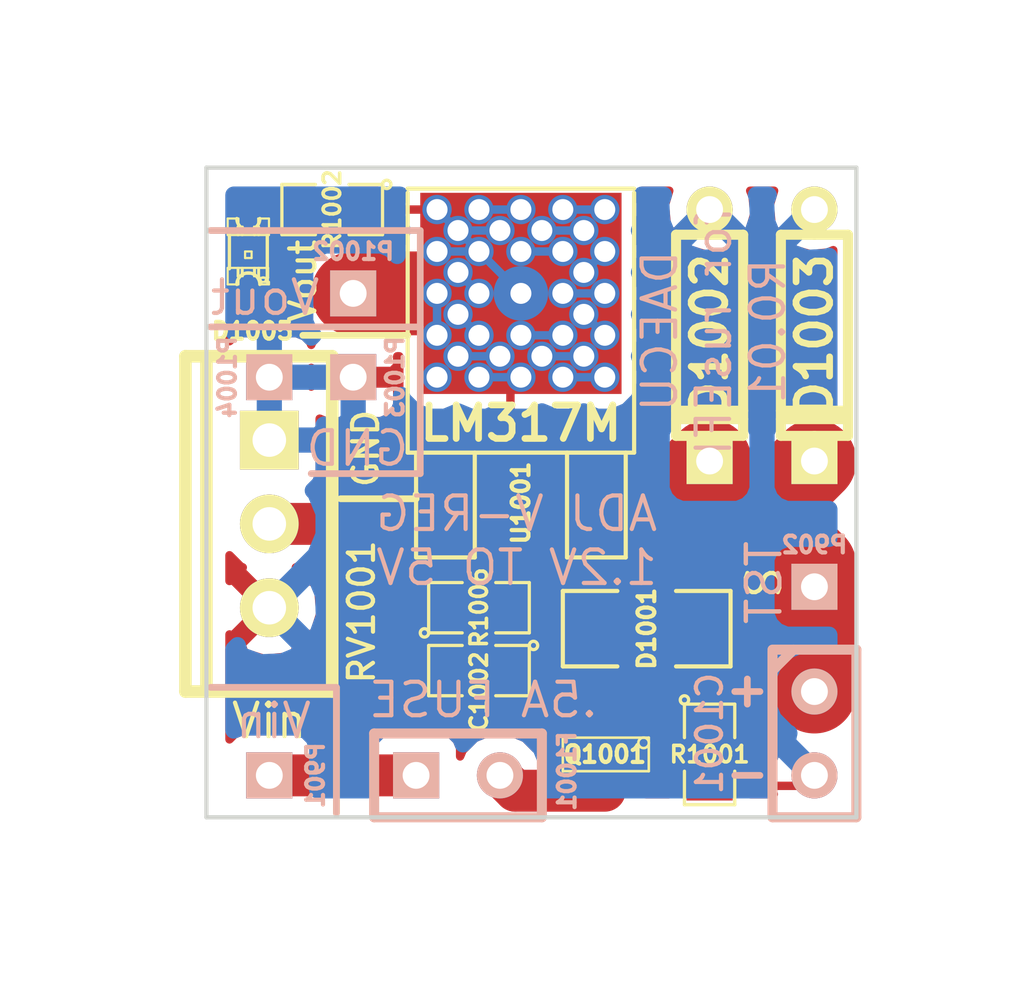
<source format=kicad_pcb>
(kicad_pcb (version 3) (host pcbnew "(2013-07-07 BZR 4022)-stable")

  (general
    (links 26)
    (no_connects 0)
    (area 81.149976 63.5 111.760001 93.980001)
    (thickness 1.6)
    (drawings 32)
    (tracks 105)
    (zones 0)
    (modules 18)
    (nets 9)
  )

  (page A)
  (title_block 
    (title "Adjustable Linear Regulator")
    (rev R0.01)
    (company rusEFI)
  )

  (layers
    (15 F.Cu signal)
    (0 B.Cu signal)
    (16 B.Adhes user)
    (17 F.Adhes user)
    (18 B.Paste user)
    (19 F.Paste user)
    (20 B.SilkS user)
    (21 F.SilkS user)
    (22 B.Mask user)
    (23 F.Mask user)
    (24 Dwgs.User user)
    (25 Cmts.User user)
    (26 Eco1.User user)
    (27 Eco2.User user)
    (28 Edge.Cuts user)
  )

  (setup
    (last_trace_width 0.254)
    (trace_clearance 0.254)
    (zone_clearance 0.508)
    (zone_45_only no)
    (trace_min 0.254)
    (segment_width 0.2032)
    (edge_width 0.127)
    (via_size 0.889)
    (via_drill 0.635)
    (via_min_size 0.889)
    (via_min_drill 0.508)
    (uvia_size 0.508)
    (uvia_drill 0.127)
    (uvias_allowed no)
    (uvia_min_size 0.508)
    (uvia_min_drill 0.127)
    (pcb_text_width 0.127)
    (pcb_text_size 1.016 1.016)
    (mod_edge_width 0.254)
    (mod_text_size 0.508 0.508)
    (mod_text_width 0.127)
    (pad_size 1.524 1.524)
    (pad_drill 1.016)
    (pad_to_mask_clearance 0.2)
    (aux_axis_origin 0 0)
    (visible_elements 7FFFFFBF)
    (pcbplotparams
      (layerselection 334528513)
      (usegerberextensions true)
      (excludeedgelayer true)
      (linewidth 0.150000)
      (plotframeref false)
      (viasonmask false)
      (mode 1)
      (useauxorigin false)
      (hpglpennumber 1)
      (hpglpenspeed 20)
      (hpglpendiameter 15)
      (hpglpenoverlay 2)
      (psnegative false)
      (psa4output false)
      (plotreference true)
      (plotvalue true)
      (plotothertext true)
      (plotinvisibletext false)
      (padsonsilk false)
      (subtractmaskfromsilk false)
      (outputformat 1)
      (mirror false)
      (drillshape 0)
      (scaleselection 1)
      (outputdirectory 5v_gerbers))
  )

  (net 0 "")
  (net 1 /5V-REG)
  (net 2 /VBAT)
  (net 3 /Vf)
  (net 4 /Vin)
  (net 5 GND)
  (net 6 N-000003)
  (net 7 N-000005)
  (net 8 N-000007)

  (net_class Default "This is the default net class."
    (clearance 0.254)
    (trace_width 0.254)
    (via_dia 0.889)
    (via_drill 0.635)
    (uvia_dia 0.508)
    (uvia_drill 0.127)
    (add_net "")
    (add_net /5V-REG)
    (add_net /VBAT)
    (add_net /Vf)
    (add_net /Vin)
    (add_net GND)
    (add_net N-000003)
    (add_net N-000005)
    (add_net N-000007)
  )

  (net_class .05 ""
    (clearance 0.254)
    (trace_width 1.27)
    (via_dia 0.889)
    (via_drill 0.635)
    (uvia_dia 0.508)
    (uvia_drill 0.127)
  )

  (net_class .1 ""
    (clearance 0.254)
    (trace_width 2.54)
    (via_dia 1.651)
    (via_drill 1.397)
    (uvia_dia 0.508)
    (uvia_drill 0.127)
  )

  (module SIL-1   placed (layer B.Cu) (tedit 5576B131) (tstamp 55754F24)
    (at 105.41 81.28)
    (descr "Connecteurs 1 pin")
    (tags "CONN DEV")
    (path /53DF5B1A)
    (fp_text reference P902 (at 0 -1.27) (layer B.SilkS)
      (effects (font (size 0.508 0.508) (thickness 0.127)) (justify mirror))
    )
    (fp_text value CONN_1 (at 0 2.54) (layer B.SilkS) hide
      (effects (font (size 1.524 1.016) (thickness 0.254)) (justify mirror))
    )
    (pad 1 thru_hole rect (at 0 0) (size 1.397 1.397) (drill 0.8128)
      (layers *.Cu *.Mask B.SilkS)
      (net 2 /VBAT)
    )
  )

  (module SIL-1   placed (layer B.Cu) (tedit 5576B17C) (tstamp 55754F1B)
    (at 88.9 86.995)
    (descr "Connecteurs 1 pin")
    (tags "CONN DEV")
    (path /53DF5B0B)
    (fp_text reference P901 (at 1.397 0 90) (layer B.SilkS)
      (effects (font (size 0.508 0.508) (thickness 0.127)) (justify mirror))
    )
    (fp_text value CONN_1 (at 0 2.54) (layer B.SilkS) hide
      (effects (font (size 1.524 1.016) (thickness 0.254)) (justify mirror))
    )
    (pad 1 thru_hole rect (at 0 0) (size 1.397 1.397) (drill 0.8128)
      (layers *.Cu *.Mask B.SilkS)
      (net 4 /Vin)
    )
  )

  (module SIL-1 (layer B.Cu) (tedit 5576B142) (tstamp 5576AFED)
    (at 91.44 74.93)
    (descr "Connecteurs 1 pin")
    (tags "CONN DEV")
    (path /5576AFB8)
    (fp_text reference P1003 (at 1.27 0 90) (layer B.SilkS)
      (effects (font (size 0.508 0.508) (thickness 0.127)) (justify mirror))
    )
    (fp_text value CONN_1 (at 0 2.54) (layer B.SilkS) hide
      (effects (font (size 1.524 1.016) (thickness 0.254)) (justify mirror))
    )
    (pad 1 thru_hole rect (at 0 0) (size 1.397 1.397) (drill 0.8128)
      (layers *.Cu *.Mask B.SilkS)
      (net 5 GND)
    )
  )

  (module SIL-1   placed (layer B.Cu) (tedit 5576B139) (tstamp 55754F12)
    (at 91.44 72.39)
    (descr "Connecteurs 1 pin")
    (tags "CONN DEV")
    (path /519D13C2)
    (fp_text reference P1002 (at 0 -1.27) (layer B.SilkS)
      (effects (font (size 0.508 0.508) (thickness 0.127)) (justify mirror))
    )
    (fp_text value CONN_1 (at 0 2.54) (layer B.SilkS) hide
      (effects (font (size 1.524 1.016) (thickness 0.254)) (justify mirror))
    )
    (pad 1 thru_hole rect (at 0 0) (size 1.397 1.397) (drill 0.8128)
      (layers *.Cu *.Mask B.SilkS)
      (net 1 /5V-REG)
    )
  )

  (module SIL-1 (layer B.Cu) (tedit 5576B0EA) (tstamp 5576B06E)
    (at 88.9 74.93)
    (descr "Connecteurs 1 pin")
    (tags "CONN DEV")
    (path /5576B0BE)
    (fp_text reference P1004 (at -1.27 0 90) (layer B.SilkS)
      (effects (font (size 0.508 0.508) (thickness 0.127)) (justify mirror))
    )
    (fp_text value CONN_1 (at 0 2.54) (layer B.SilkS) hide
      (effects (font (size 1.524 1.016) (thickness 0.254)) (justify mirror))
    )
    (pad 1 thru_hole rect (at 0 0) (size 1.397 1.397) (drill 0.8128)
      (layers *.Cu *.Mask B.SilkS)
      (net 5 GND)
    )
  )

  (module SOT23   placed (layer F.Cu) (tedit 5574EF09) (tstamp 55754EBF)
    (at 99.06 86.36 180)
    (tags SOT23)
    (path /52C6272D)
    (fp_text reference Q1001 (at 0 0 180) (layer F.SilkS)
      (effects (font (size 0.508 0.508) (thickness 0.127)))
    )
    (fp_text value MOS_PRO (at 0.0635 0 180) (layer F.SilkS) hide
      (effects (font (size 0.50038 0.50038) (thickness 0.09906)))
    )
    (fp_circle (center -1.17602 0.35052) (end -1.30048 0.44958) (layer F.SilkS) (width 0.07874))
    (fp_line (start 1.27 -0.508) (end 1.27 0.508) (layer F.SilkS) (width 0.07874))
    (fp_line (start -1.3335 -0.508) (end -1.3335 0.508) (layer F.SilkS) (width 0.07874))
    (fp_line (start 1.27 0.508) (end -1.3335 0.508) (layer F.SilkS) (width 0.07874))
    (fp_line (start -1.3335 -0.508) (end 1.27 -0.508) (layer F.SilkS) (width 0.07874))
    (pad 3 smd rect (at 0 -1.09982 180) (size 0.8001 1.00076)
      (layers F.Cu F.Paste F.Mask)
      (net 3 /Vf)
    )
    (pad 2 smd rect (at 0.9525 1.09982 180) (size 0.8001 1.00076)
      (layers F.Cu F.Paste F.Mask)
      (net 2 /VBAT)
    )
    (pad 1 smd rect (at -0.9525 1.09982 180) (size 0.8001 1.00076)
      (layers F.Cu F.Paste F.Mask)
      (net 8 N-000007)
    )
    (model smd\SOT23_3.wrl
      (at (xyz 0 0 0))
      (scale (xyz 0.4 0.4 0.4))
      (rotate (xyz 0 0 180))
    )
  )

  (module SM1206   placed (layer F.Cu) (tedit 5574EEF3) (tstamp 55754ECB)
    (at 100.33 82.55 180)
    (path /533A08FB)
    (attr smd)
    (fp_text reference D1001 (at 0 0 270) (layer F.SilkS)
      (effects (font (size 0.508 0.508) (thickness 0.127)))
    )
    (fp_text value ZENERSMALL (at 0 0 180) (layer F.SilkS) hide
      (effects (font (size 0.762 0.762) (thickness 0.127)))
    )
    (fp_line (start -2.54 -1.143) (end -2.54 1.143) (layer F.SilkS) (width 0.127))
    (fp_line (start -2.54 1.143) (end -0.889 1.143) (layer F.SilkS) (width 0.127))
    (fp_line (start 0.889 -1.143) (end 2.54 -1.143) (layer F.SilkS) (width 0.127))
    (fp_line (start 2.54 -1.143) (end 2.54 1.143) (layer F.SilkS) (width 0.127))
    (fp_line (start 2.54 1.143) (end 0.889 1.143) (layer F.SilkS) (width 0.127))
    (fp_line (start -0.889 -1.143) (end -2.54 -1.143) (layer F.SilkS) (width 0.127))
    (pad 1 smd rect (at -1.651 0 180) (size 1.524 2.032)
      (layers F.Cu F.Paste F.Mask)
      (net 8 N-000007)
    )
    (pad 2 smd rect (at 1.651 0 180) (size 1.524 2.032)
      (layers F.Cu F.Paste F.Mask)
      (net 2 /VBAT)
    )
    (model smd/chip_cms.wrl
      (at (xyz 0 0 0))
      (scale (xyz 0.17 0.16 0.16))
      (rotate (xyz 0 0 0))
    )
  )

  (module SM0805   placed (layer F.Cu) (tedit 5574EF35) (tstamp 55754ED8)
    (at 90.805 69.85 180)
    (path /512925E9)
    (attr smd)
    (fp_text reference R1002 (at 0 0 270) (layer F.SilkS)
      (effects (font (size 0.50038 0.50038) (thickness 0.10922)))
    )
    (fp_text value 1k (at 0 0.381 180) (layer F.SilkS) hide
      (effects (font (size 0.50038 0.50038) (thickness 0.10922)))
    )
    (fp_circle (center -1.651 0.762) (end -1.651 0.635) (layer F.SilkS) (width 0.09906))
    (fp_line (start -0.508 0.762) (end -1.524 0.762) (layer F.SilkS) (width 0.09906))
    (fp_line (start -1.524 0.762) (end -1.524 -0.762) (layer F.SilkS) (width 0.09906))
    (fp_line (start -1.524 -0.762) (end -0.508 -0.762) (layer F.SilkS) (width 0.09906))
    (fp_line (start 0.508 -0.762) (end 1.524 -0.762) (layer F.SilkS) (width 0.09906))
    (fp_line (start 1.524 -0.762) (end 1.524 0.762) (layer F.SilkS) (width 0.09906))
    (fp_line (start 1.524 0.762) (end 0.508 0.762) (layer F.SilkS) (width 0.09906))
    (pad 1 smd rect (at -0.9525 0 180) (size 0.889 1.397)
      (layers F.Cu F.Paste F.Mask)
      (net 1 /5V-REG)
    )
    (pad 2 smd rect (at 0.9525 0 180) (size 0.889 1.397)
      (layers F.Cu F.Paste F.Mask)
      (net 7 N-000005)
    )
    (model smd/chip_cms.wrl
      (at (xyz 0 0 0))
      (scale (xyz 0.1 0.1 0.1))
      (rotate (xyz 0 0 0))
    )
  )

  (module SM0805   placed (layer F.Cu) (tedit 5574EF0E) (tstamp 55754EE5)
    (at 102.235 86.36 270)
    (path /533A08F3)
    (attr smd)
    (fp_text reference R1001 (at 0 0 360) (layer F.SilkS)
      (effects (font (size 0.50038 0.50038) (thickness 0.10922)))
    )
    (fp_text value 1k (at 0 0.381 270) (layer F.SilkS) hide
      (effects (font (size 0.50038 0.50038) (thickness 0.10922)))
    )
    (fp_circle (center -1.651 0.762) (end -1.651 0.635) (layer F.SilkS) (width 0.09906))
    (fp_line (start -0.508 0.762) (end -1.524 0.762) (layer F.SilkS) (width 0.09906))
    (fp_line (start -1.524 0.762) (end -1.524 -0.762) (layer F.SilkS) (width 0.09906))
    (fp_line (start -1.524 -0.762) (end -0.508 -0.762) (layer F.SilkS) (width 0.09906))
    (fp_line (start 0.508 -0.762) (end 1.524 -0.762) (layer F.SilkS) (width 0.09906))
    (fp_line (start 1.524 -0.762) (end 1.524 0.762) (layer F.SilkS) (width 0.09906))
    (fp_line (start 1.524 0.762) (end 0.508 0.762) (layer F.SilkS) (width 0.09906))
    (pad 1 smd rect (at -0.9525 0 270) (size 0.889 1.397)
      (layers F.Cu F.Paste F.Mask)
      (net 8 N-000007)
    )
    (pad 2 smd rect (at 0.9525 0 270) (size 0.889 1.397)
      (layers F.Cu F.Paste F.Mask)
      (net 5 GND)
    )
    (model smd/chip_cms.wrl
      (at (xyz 0 0 0))
      (scale (xyz 0.1 0.1 0.1))
      (rotate (xyz 0 0 0))
    )
  )

  (module SM0805   placed (layer F.Cu) (tedit 5574EF14) (tstamp 55754EF2)
    (at 95.25 83.82 180)
    (path /5378A039)
    (attr smd)
    (fp_text reference C1002 (at 0 -0.635 270) (layer F.SilkS)
      (effects (font (size 0.50038 0.50038) (thickness 0.10922)))
    )
    (fp_text value "1uF 16V" (at 0 0.381 180) (layer F.SilkS) hide
      (effects (font (size 0.50038 0.50038) (thickness 0.10922)))
    )
    (fp_circle (center -1.651 0.762) (end -1.651 0.635) (layer F.SilkS) (width 0.09906))
    (fp_line (start -0.508 0.762) (end -1.524 0.762) (layer F.SilkS) (width 0.09906))
    (fp_line (start -1.524 0.762) (end -1.524 -0.762) (layer F.SilkS) (width 0.09906))
    (fp_line (start -1.524 -0.762) (end -0.508 -0.762) (layer F.SilkS) (width 0.09906))
    (fp_line (start 0.508 -0.762) (end 1.524 -0.762) (layer F.SilkS) (width 0.09906))
    (fp_line (start 1.524 -0.762) (end 1.524 0.762) (layer F.SilkS) (width 0.09906))
    (fp_line (start 1.524 0.762) (end 0.508 0.762) (layer F.SilkS) (width 0.09906))
    (pad 1 smd rect (at -0.9525 0 180) (size 0.889 1.397)
      (layers F.Cu F.Paste F.Mask)
      (net 1 /5V-REG)
    )
    (pad 2 smd rect (at 0.9525 0 180) (size 0.889 1.397)
      (layers F.Cu F.Paste F.Mask)
      (net 5 GND)
    )
    (model smd/chip_cms.wrl
      (at (xyz 0 0 0))
      (scale (xyz 0.1 0.1 0.1))
      (rotate (xyz 0 0 0))
    )
  )

  (module SM0805   placed (layer F.Cu) (tedit 5574EF17) (tstamp 55754EFF)
    (at 95.25 81.915)
    (path /5574490D)
    (attr smd)
    (fp_text reference R1006 (at 0 0 90) (layer F.SilkS)
      (effects (font (size 0.50038 0.50038) (thickness 0.10922)))
    )
    (fp_text value 240R (at 0 0.381) (layer F.SilkS) hide
      (effects (font (size 0.50038 0.50038) (thickness 0.10922)))
    )
    (fp_circle (center -1.651 0.762) (end -1.651 0.635) (layer F.SilkS) (width 0.09906))
    (fp_line (start -0.508 0.762) (end -1.524 0.762) (layer F.SilkS) (width 0.09906))
    (fp_line (start -1.524 0.762) (end -1.524 -0.762) (layer F.SilkS) (width 0.09906))
    (fp_line (start -1.524 -0.762) (end -0.508 -0.762) (layer F.SilkS) (width 0.09906))
    (fp_line (start 0.508 -0.762) (end 1.524 -0.762) (layer F.SilkS) (width 0.09906))
    (fp_line (start 1.524 -0.762) (end 1.524 0.762) (layer F.SilkS) (width 0.09906))
    (fp_line (start 1.524 0.762) (end 0.508 0.762) (layer F.SilkS) (width 0.09906))
    (pad 1 smd rect (at -0.9525 0) (size 0.889 1.397)
      (layers F.Cu F.Paste F.Mask)
      (net 6 N-000003)
    )
    (pad 2 smd rect (at 0.9525 0) (size 0.889 1.397)
      (layers F.Cu F.Paste F.Mask)
      (net 1 /5V-REG)
    )
    (model smd/chip_cms.wrl
      (at (xyz 0 0 0))
      (scale (xyz 0.1 0.1 0.1))
      (rotate (xyz 0 0 0))
    )
  )

  (module SIL-2   placed (layer B.Cu) (tedit 5576B532) (tstamp 55754F09)
    (at 94.615 86.995)
    (descr "Connecteurs 2 pins")
    (tags "CONN DEV")
    (path /533A8E21)
    (fp_text reference F1001 (at 3.302 -0.127 90) (layer B.SilkS)
      (effects (font (size 0.508 0.508) (thickness 0.127)) (justify mirror))
    )
    (fp_text value 3.5A (at 0 2.54) (layer B.SilkS) hide
      (effects (font (size 1.524 1.016) (thickness 0.3048)) (justify mirror))
    )
    (fp_line (start -2.54 -1.27) (end -2.54 1.27) (layer B.SilkS) (width 0.3048))
    (fp_line (start -2.54 1.27) (end 2.54 1.27) (layer B.SilkS) (width 0.3048))
    (fp_line (start 2.54 1.27) (end 2.54 -1.27) (layer B.SilkS) (width 0.3048))
    (fp_line (start 2.54 -1.27) (end -2.54 -1.27) (layer B.SilkS) (width 0.3048))
    (pad 1 thru_hole rect (at -1.27 0) (size 1.397 1.397) (drill 0.8128)
      (layers *.Cu *.Mask B.SilkS)
      (net 4 /Vin)
    )
    (pad 2 thru_hole circle (at 1.27 0) (size 1.397 1.397) (drill 0.8128)
      (layers *.Cu *.Mask B.SilkS)
      (net 3 /Vf)
    )
  )

  (module LED-0805   placed (layer F.Cu) (tedit 5576B28F) (tstamp 55754F5F)
    (at 88.265 71.12 270)
    (descr "LED 0805 smd package")
    (tags "LED 0805 SMD")
    (path /5129222C)
    (attr smd)
    (fp_text reference D1005 (at 2.413 -0.127 360) (layer F.SilkS)
      (effects (font (size 0.508 0.508) (thickness 0.127)))
    )
    (fp_text value LED-grn (at 0 1.27 270) (layer F.SilkS) hide
      (effects (font (size 0.762 0.762) (thickness 0.127)))
    )
    (fp_line (start 0.49784 0.29972) (end 0.49784 0.62484) (layer F.SilkS) (width 0.06604))
    (fp_line (start 0.49784 0.62484) (end 0.99822 0.62484) (layer F.SilkS) (width 0.06604))
    (fp_line (start 0.99822 0.29972) (end 0.99822 0.62484) (layer F.SilkS) (width 0.06604))
    (fp_line (start 0.49784 0.29972) (end 0.99822 0.29972) (layer F.SilkS) (width 0.06604))
    (fp_line (start 0.49784 -0.32258) (end 0.49784 -0.17272) (layer F.SilkS) (width 0.06604))
    (fp_line (start 0.49784 -0.17272) (end 0.7493 -0.17272) (layer F.SilkS) (width 0.06604))
    (fp_line (start 0.7493 -0.32258) (end 0.7493 -0.17272) (layer F.SilkS) (width 0.06604))
    (fp_line (start 0.49784 -0.32258) (end 0.7493 -0.32258) (layer F.SilkS) (width 0.06604))
    (fp_line (start 0.49784 0.17272) (end 0.49784 0.32258) (layer F.SilkS) (width 0.06604))
    (fp_line (start 0.49784 0.32258) (end 0.7493 0.32258) (layer F.SilkS) (width 0.06604))
    (fp_line (start 0.7493 0.17272) (end 0.7493 0.32258) (layer F.SilkS) (width 0.06604))
    (fp_line (start 0.49784 0.17272) (end 0.7493 0.17272) (layer F.SilkS) (width 0.06604))
    (fp_line (start 0.49784 -0.19812) (end 0.49784 0.19812) (layer F.SilkS) (width 0.06604))
    (fp_line (start 0.49784 0.19812) (end 0.6731 0.19812) (layer F.SilkS) (width 0.06604))
    (fp_line (start 0.6731 -0.19812) (end 0.6731 0.19812) (layer F.SilkS) (width 0.06604))
    (fp_line (start 0.49784 -0.19812) (end 0.6731 -0.19812) (layer F.SilkS) (width 0.06604))
    (fp_line (start -0.99822 0.29972) (end -0.99822 0.62484) (layer F.SilkS) (width 0.06604))
    (fp_line (start -0.99822 0.62484) (end -0.49784 0.62484) (layer F.SilkS) (width 0.06604))
    (fp_line (start -0.49784 0.29972) (end -0.49784 0.62484) (layer F.SilkS) (width 0.06604))
    (fp_line (start -0.99822 0.29972) (end -0.49784 0.29972) (layer F.SilkS) (width 0.06604))
    (fp_line (start -0.99822 -0.62484) (end -0.99822 -0.29972) (layer F.SilkS) (width 0.06604))
    (fp_line (start -0.99822 -0.29972) (end -0.49784 -0.29972) (layer F.SilkS) (width 0.06604))
    (fp_line (start -0.49784 -0.62484) (end -0.49784 -0.29972) (layer F.SilkS) (width 0.06604))
    (fp_line (start -0.99822 -0.62484) (end -0.49784 -0.62484) (layer F.SilkS) (width 0.06604))
    (fp_line (start -0.7493 0.17272) (end -0.7493 0.32258) (layer F.SilkS) (width 0.06604))
    (fp_line (start -0.7493 0.32258) (end -0.49784 0.32258) (layer F.SilkS) (width 0.06604))
    (fp_line (start -0.49784 0.17272) (end -0.49784 0.32258) (layer F.SilkS) (width 0.06604))
    (fp_line (start -0.7493 0.17272) (end -0.49784 0.17272) (layer F.SilkS) (width 0.06604))
    (fp_line (start -0.7493 -0.32258) (end -0.7493 -0.17272) (layer F.SilkS) (width 0.06604))
    (fp_line (start -0.7493 -0.17272) (end -0.49784 -0.17272) (layer F.SilkS) (width 0.06604))
    (fp_line (start -0.49784 -0.32258) (end -0.49784 -0.17272) (layer F.SilkS) (width 0.06604))
    (fp_line (start -0.7493 -0.32258) (end -0.49784 -0.32258) (layer F.SilkS) (width 0.06604))
    (fp_line (start -0.6731 -0.19812) (end -0.6731 0.19812) (layer F.SilkS) (width 0.06604))
    (fp_line (start -0.6731 0.19812) (end -0.49784 0.19812) (layer F.SilkS) (width 0.06604))
    (fp_line (start -0.49784 -0.19812) (end -0.49784 0.19812) (layer F.SilkS) (width 0.06604))
    (fp_line (start -0.6731 -0.19812) (end -0.49784 -0.19812) (layer F.SilkS) (width 0.06604))
    (fp_line (start 0 -0.09906) (end 0 0.09906) (layer F.SilkS) (width 0.06604))
    (fp_line (start 0 0.09906) (end 0.19812 0.09906) (layer F.SilkS) (width 0.06604))
    (fp_line (start 0.19812 -0.09906) (end 0.19812 0.09906) (layer F.SilkS) (width 0.06604))
    (fp_line (start 0 -0.09906) (end 0.19812 -0.09906) (layer F.SilkS) (width 0.06604))
    (fp_line (start 0.49784 -0.59944) (end 0.49784 -0.29972) (layer F.SilkS) (width 0.06604))
    (fp_line (start 0.49784 -0.29972) (end 0.79756 -0.29972) (layer F.SilkS) (width 0.06604))
    (fp_line (start 0.79756 -0.59944) (end 0.79756 -0.29972) (layer F.SilkS) (width 0.06604))
    (fp_line (start 0.49784 -0.59944) (end 0.79756 -0.59944) (layer F.SilkS) (width 0.06604))
    (fp_line (start 0.92456 -0.62484) (end 0.92456 -0.39878) (layer F.SilkS) (width 0.06604))
    (fp_line (start 0.92456 -0.39878) (end 0.99822 -0.39878) (layer F.SilkS) (width 0.06604))
    (fp_line (start 0.99822 -0.62484) (end 0.99822 -0.39878) (layer F.SilkS) (width 0.06604))
    (fp_line (start 0.92456 -0.62484) (end 0.99822 -0.62484) (layer F.SilkS) (width 0.06604))
    (fp_line (start 0.52324 0.57404) (end -0.52324 0.57404) (layer F.SilkS) (width 0.1016))
    (fp_line (start -0.49784 -0.57404) (end 0.92456 -0.57404) (layer F.SilkS) (width 0.1016))
    (fp_circle (center 0.84836 -0.44958) (end 0.89916 -0.50038) (layer F.SilkS) (width 0.0508))
    (fp_arc (start 0.99822 0) (end 0.99822 0.34798) (angle 180) (layer F.SilkS) (width 0.1016))
    (fp_arc (start -0.99822 0) (end -0.99822 -0.34798) (angle 180) (layer F.SilkS) (width 0.1016))
    (pad 1 smd rect (at -1.04902 0 270) (size 1.19888 1.19888)
      (layers F.Cu F.Paste F.Mask)
      (net 7 N-000005)
    )
    (pad 2 smd rect (at 1.04902 0 270) (size 1.19888 1.19888)
      (layers F.Cu F.Paste F.Mask)
      (net 5 GND)
    )
  )

  (module DPAK2   placed (layer F.Cu) (tedit 5574EF45) (tstamp 55754F71)
    (at 96.52 78.74)
    (descr "MOS boitier DPACK G-D-S")
    (tags "CMD DPACK")
    (path /556C2EC2)
    (attr smd)
    (fp_text reference U1001 (at 0 0 90) (layer F.SilkS)
      (effects (font (size 0.508 0.508) (thickness 0.127)))
    )
    (fp_text value LM317M (at 0 -2.413) (layer F.SilkS)
      (effects (font (size 1.016 1.016) (thickness 0.2032)))
    )
    (fp_line (start 1.397 -1.524) (end 1.397 1.651) (layer F.SilkS) (width 0.127))
    (fp_line (start 1.397 1.651) (end 3.175 1.651) (layer F.SilkS) (width 0.127))
    (fp_line (start 3.175 1.651) (end 3.175 -1.524) (layer F.SilkS) (width 0.127))
    (fp_line (start -3.175 -1.524) (end -3.175 1.651) (layer F.SilkS) (width 0.127))
    (fp_line (start -3.175 1.651) (end -1.397 1.651) (layer F.SilkS) (width 0.127))
    (fp_line (start -1.397 1.651) (end -1.397 -1.524) (layer F.SilkS) (width 0.127))
    (fp_line (start 3.429 -7.62) (end 3.429 -1.524) (layer F.SilkS) (width 0.127))
    (fp_line (start 3.429 -1.524) (end -3.429 -1.524) (layer F.SilkS) (width 0.127))
    (fp_line (start -3.429 -1.524) (end -3.429 -9.398) (layer F.SilkS) (width 0.127))
    (fp_line (start -3.429 -9.525) (end 3.429 -9.525) (layer F.SilkS) (width 0.127))
    (fp_line (start 3.429 -9.398) (end 3.429 -7.62) (layer F.SilkS) (width 0.127))
    (pad 1 smd rect (at -2.286 0) (size 1.651 3.048)
      (layers F.Cu F.Paste F.Mask)
      (net 6 N-000003)
    )
    (pad 2 smd rect (at 0 -6.35) (size 6.096 6.096)
      (layers F.Cu F.Paste F.Mask)
      (net 1 /5V-REG)
    )
    (pad 3 smd rect (at 2.286 0) (size 1.651 3.048)
      (layers F.Cu F.Paste F.Mask)
      (net 2 /VBAT)
    )
    (model smd/dpack_2.wrl
      (at (xyz 0 0 0))
      (scale (xyz 1 1 1))
      (rotate (xyz 0 0 0))
    )
  )

  (module D3   placed (layer F.Cu) (tedit 200000) (tstamp 55754F81)
    (at 102.235 73.66 270)
    (descr "Diode 3 pas")
    (tags "DIODE DEV")
    (path /52C61746)
    (fp_text reference D1002 (at 0 0 270) (layer F.SilkS)
      (effects (font (size 1.016 1.016) (thickness 0.2032)))
    )
    (fp_text value TVS (at 0 0 270) (layer F.SilkS) hide
      (effects (font (size 1.016 1.016) (thickness 0.2032)))
    )
    (fp_line (start 3.81 0) (end 3.048 0) (layer F.SilkS) (width 0.3048))
    (fp_line (start 3.048 0) (end 3.048 -1.016) (layer F.SilkS) (width 0.3048))
    (fp_line (start 3.048 -1.016) (end -3.048 -1.016) (layer F.SilkS) (width 0.3048))
    (fp_line (start -3.048 -1.016) (end -3.048 0) (layer F.SilkS) (width 0.3048))
    (fp_line (start -3.048 0) (end -3.81 0) (layer F.SilkS) (width 0.3048))
    (fp_line (start -3.048 0) (end -3.048 1.016) (layer F.SilkS) (width 0.3048))
    (fp_line (start -3.048 1.016) (end 3.048 1.016) (layer F.SilkS) (width 0.3048))
    (fp_line (start 3.048 1.016) (end 3.048 0) (layer F.SilkS) (width 0.3048))
    (fp_line (start 2.54 -1.016) (end 2.54 1.016) (layer F.SilkS) (width 0.3048))
    (fp_line (start 2.286 1.016) (end 2.286 -1.016) (layer F.SilkS) (width 0.3048))
    (pad 2 thru_hole rect (at 3.81 0 270) (size 1.397 1.397) (drill 0.8128)
      (layers *.Cu *.Mask F.SilkS)
      (net 2 /VBAT)
    )
    (pad 1 thru_hole circle (at -3.81 0 270) (size 1.397 1.397) (drill 0.8128)
      (layers *.Cu *.Mask F.SilkS)
      (net 5 GND)
    )
    (model discret/diode.wrl
      (at (xyz 0 0 0))
      (scale (xyz 0.3 0.3 0.3))
      (rotate (xyz 0 0 0))
    )
  )

  (module D3   placed (layer F.Cu) (tedit 200000) (tstamp 55754F91)
    (at 105.41 73.66 270)
    (descr "Diode 3 pas")
    (tags "DIODE DEV")
    (path /53D51276)
    (fp_text reference D1003 (at 0 0 270) (layer F.SilkS)
      (effects (font (size 1.016 1.016) (thickness 0.2032)))
    )
    (fp_text value TVS (at 0 0 270) (layer F.SilkS) hide
      (effects (font (size 1.016 1.016) (thickness 0.2032)))
    )
    (fp_line (start 3.81 0) (end 3.048 0) (layer F.SilkS) (width 0.3048))
    (fp_line (start 3.048 0) (end 3.048 -1.016) (layer F.SilkS) (width 0.3048))
    (fp_line (start 3.048 -1.016) (end -3.048 -1.016) (layer F.SilkS) (width 0.3048))
    (fp_line (start -3.048 -1.016) (end -3.048 0) (layer F.SilkS) (width 0.3048))
    (fp_line (start -3.048 0) (end -3.81 0) (layer F.SilkS) (width 0.3048))
    (fp_line (start -3.048 0) (end -3.048 1.016) (layer F.SilkS) (width 0.3048))
    (fp_line (start -3.048 1.016) (end 3.048 1.016) (layer F.SilkS) (width 0.3048))
    (fp_line (start 3.048 1.016) (end 3.048 0) (layer F.SilkS) (width 0.3048))
    (fp_line (start 2.54 -1.016) (end 2.54 1.016) (layer F.SilkS) (width 0.3048))
    (fp_line (start 2.286 1.016) (end 2.286 -1.016) (layer F.SilkS) (width 0.3048))
    (pad 2 thru_hole rect (at 3.81 0 270) (size 1.397 1.397) (drill 0.8128)
      (layers *.Cu *.Mask F.SilkS)
      (net 2 /VBAT)
    )
    (pad 1 thru_hole circle (at -3.81 0 270) (size 1.397 1.397) (drill 0.8128)
      (layers *.Cu *.Mask F.SilkS)
      (net 5 GND)
    )
    (model discret/diode.wrl
      (at (xyz 0 0 0))
      (scale (xyz 0.3 0.3 0.3))
      (rotate (xyz 0 0 0))
    )
  )

  (module C1   placed (layer B.Cu) (tedit 5576B588) (tstamp 55754F9C)
    (at 105.41 85.725 270)
    (descr "Condensateur e = 1 pas")
    (tags C)
    (path /51297942)
    (fp_text reference C1001 (at 0 3.175 270) (layer B.SilkS)
      (effects (font (size 0.762 0.762) (thickness 0.127)) (justify mirror))
    )
    (fp_text value "0.1uF 50V" (at 0 2.286 270) (layer B.SilkS) hide
      (effects (font (size 1.016 1.016) (thickness 0.2032)) (justify mirror))
    )
    (fp_line (start -2.4892 1.27) (end 2.54 1.27) (layer B.SilkS) (width 0.3048))
    (fp_line (start 2.54 1.27) (end 2.54 -1.27) (layer B.SilkS) (width 0.3048))
    (fp_line (start 2.54 -1.27) (end -2.54 -1.27) (layer B.SilkS) (width 0.3048))
    (fp_line (start -2.54 -1.27) (end -2.54 1.27) (layer B.SilkS) (width 0.3048))
    (fp_line (start -2.54 0.635) (end -1.905 1.27) (layer B.SilkS) (width 0.3048))
    (pad 1 thru_hole circle (at -1.27 0 270) (size 1.397 1.397) (drill 0.8128)
      (layers *.Cu *.Mask B.SilkS)
      (net 2 /VBAT)
    )
    (pad 2 thru_hole circle (at 1.27 0 270) (size 1.397 1.397) (drill 0.8128)
      (layers *.Cu *.Mask B.SilkS)
      (net 5 GND)
    )
    (model discret/capa_1_pas.wrl
      (at (xyz 0 0 0))
      (scale (xyz 1 1 1))
      (rotate (xyz 0 0 0))
    )
  )

  (module TO220_VERT (layer F.Cu) (tedit 5576B299) (tstamp 5575F18F)
    (at 88.9 79.375 180)
    (descr "Regulateur TO220 serie LM78xx")
    (tags "TR TO220")
    (path /557448FD)
    (fp_text reference RV1001 (at -2.794 -2.667 270) (layer F.SilkS)
      (effects (font (size 0.762 0.762) (thickness 0.127)))
    )
    (fp_text value 1k (at 0.635 -6.35 180) (layer F.SilkS) hide
      (effects (font (size 1.524 1.016) (thickness 0.2032)))
    )
    (fp_line (start 1.905 -5.08) (end 2.54 -5.08) (layer F.SilkS) (width 0.381))
    (fp_line (start 2.54 -5.08) (end 2.54 5.08) (layer F.SilkS) (width 0.381))
    (fp_line (start 2.54 5.08) (end 1.905 5.08) (layer F.SilkS) (width 0.381))
    (fp_line (start -1.905 -5.08) (end 1.905 -5.08) (layer F.SilkS) (width 0.381))
    (fp_line (start 1.905 -5.08) (end 1.905 5.08) (layer F.SilkS) (width 0.381))
    (fp_line (start 1.905 5.08) (end -1.905 5.08) (layer F.SilkS) (width 0.381))
    (fp_line (start -1.905 5.08) (end -1.905 -5.08) (layer F.SilkS) (width 0.381))
    (pad 2 thru_hole circle (at 0 -2.54 180) (size 1.778 1.778) (drill 1.016)
      (layers *.Cu *.Mask F.SilkS)
      (net 5 GND)
    )
    (pad 3 thru_hole circle (at 0 0 180) (size 1.778 1.778) (drill 1.016)
      (layers *.Cu *.Mask F.SilkS)
      (net 6 N-000003)
    )
    (pad 1 thru_hole rect (at 0 2.54 180) (size 1.778 1.778) (drill 1.016)
      (layers *.Cu *.Mask F.SilkS)
      (net 5 GND)
    )
  )

  (gr_text ".5A FUSE" (at 95.377 84.709) (layer B.SilkS)
    (effects (font (size 1.016 1.016) (thickness 0.127)) (justify mirror))
  )
  (gr_text "ADJ V-REG\n1.2V TO 5V" (at 96.393 79.883) (layer B.SilkS)
    (effects (font (size 1.016 1.016) (thickness 0.127)) (justify mirror))
  )
  (gr_text "DAECU\nfor rusEFI\nR0.01" (at 102.362 73.533 90) (layer B.SilkS)
    (effects (font (size 1.016 1.016) (thickness 0.127)) (justify mirror))
  )
  (dimension 19.685 (width 0.127) (layer Cmts.User)
    (gr_text "0.7750 in" (at 84.963 78.4225 90) (layer Cmts.User)
      (effects (font (size 1.016 1.016) (thickness 0.127)))
    )
    (feature1 (pts (xy 86.36 68.58) (xy 84.201 68.58)))
    (feature2 (pts (xy 86.36 88.265) (xy 84.201 88.265)))
    (crossbar (pts (xy 85.725 88.265) (xy 85.725 68.58)))
    (arrow1a (pts (xy 85.725 68.58) (xy 86.31142 69.706503)))
    (arrow1b (pts (xy 85.725 68.58) (xy 85.13858 69.706503)))
    (arrow2a (pts (xy 85.725 88.265) (xy 86.31142 87.138497)))
    (arrow2b (pts (xy 85.725 88.265) (xy 85.13858 87.138497)))
  )
  (gr_text TST (at 103.886 81.153 90) (layer B.SilkS)
    (effects (font (size 1.016 1.016) (thickness 0.127)) (justify mirror))
  )
  (gr_text TST (at 103.886 81.153 90) (layer F.SilkS)
    (effects (font (size 1.016 1.016) (thickness 0.127)))
  )
  (gr_line (start 93.345 78.613) (end 93.345 78.486) (angle 90) (layer F.SilkS) (width 0.2032))
  (gr_line (start 91.059 78.613) (end 93.345 78.613) (angle 90) (layer F.SilkS) (width 0.2032))
  (gr_line (start 93.091 73.66) (end 92.964 73.66) (angle 90) (layer F.SilkS) (width 0.2032))
  (gr_line (start 89.916 73.66) (end 93.091 73.66) (angle 90) (layer F.SilkS) (width 0.2032))
  (gr_text Vout (at 89.916 72.009 90) (layer F.SilkS)
    (effects (font (size 0.762 0.762) (thickness 0.127)))
  )
  (gr_text GND (at 91.821 77.089 90) (layer F.SilkS)
    (effects (font (size 0.762 0.762) (thickness 0.127)))
  )
  (gr_line (start 90.932 84.328) (end 90.932 88.138) (angle 90) (layer F.SilkS) (width 0.2032))
  (gr_text Vin (at 88.9 85.344) (layer F.SilkS)
    (effects (font (size 1.016 1.016) (thickness 0.127)))
  )
  (gr_line (start 93.472 70.485) (end 87.122 70.485) (angle 90) (layer B.SilkS) (width 0.2032))
  (gr_line (start 93.472 73.406) (end 93.472 70.485) (angle 90) (layer B.SilkS) (width 0.2032))
  (gr_line (start 93.472 77.851) (end 90.17 77.851) (angle 90) (layer B.SilkS) (width 0.2032))
  (gr_line (start 93.472 73.406) (end 93.472 77.851) (angle 90) (layer B.SilkS) (width 0.2032))
  (gr_line (start 87.122 73.406) (end 93.472 73.406) (angle 90) (layer B.SilkS) (width 0.2032))
  (gr_line (start 90.932 84.328) (end 87.122 84.328) (angle 90) (layer B.SilkS) (width 0.2032))
  (gr_line (start 90.932 88.138) (end 90.932 84.328) (angle 90) (layer B.SilkS) (width 0.2032))
  (gr_text Vin (at 89.027 85.344) (layer B.SilkS)
    (effects (font (size 1.016 1.016) (thickness 0.127)) (justify mirror))
  )
  (gr_text Vout (at 88.773 72.517) (layer B.SilkS)
    (effects (font (size 1.016 1.016) (thickness 0.127)) (justify mirror))
  )
  (gr_text GND (at 91.567 77.089) (layer B.SilkS)
    (effects (font (size 1.016 1.016) (thickness 0.127)) (justify mirror))
  )
  (gr_line (start 103.378 84.074) (end 103.378 84.836) (angle 90) (layer B.SilkS) (width 0.2032))
  (gr_line (start 103.759 84.455) (end 102.997 84.455) (angle 90) (layer B.SilkS) (width 0.2032))
  (gr_line (start 103.759 86.995) (end 102.997 86.995) (angle 90) (layer B.SilkS) (width 0.2032))
  (dimension 19.685 (width 0.127) (layer Cmts.User)
    (gr_text "0.7750 in" (at 96.8375 90.296999) (layer Cmts.User)
      (effects (font (size 1.016 1.016) (thickness 0.127)))
    )
    (feature1 (pts (xy 106.68 88.9) (xy 106.68 91.058999)))
    (feature2 (pts (xy 86.995 88.9) (xy 86.995 91.058999)))
    (crossbar (pts (xy 86.995 89.534999) (xy 106.68 89.534999)))
    (arrow1a (pts (xy 106.68 89.534999) (xy 105.553497 90.121419)))
    (arrow1b (pts (xy 106.68 89.534999) (xy 105.553497 88.948579)))
    (arrow2a (pts (xy 86.995 89.534999) (xy 88.121503 90.121419)))
    (arrow2b (pts (xy 86.995 89.534999) (xy 88.121503 88.948579)))
  )
  (gr_line (start 86.995 88.265) (end 86.995 68.58) (angle 90) (layer Edge.Cuts) (width 0.127))
  (gr_line (start 106.68 88.265) (end 86.995 88.265) (angle 90) (layer Edge.Cuts) (width 0.127))
  (gr_line (start 106.68 68.58) (end 106.68 88.265) (angle 90) (layer Edge.Cuts) (width 0.127))
  (gr_line (start 86.995 68.58) (end 106.68 68.58) (angle 90) (layer Edge.Cuts) (width 0.127))

  (segment (start 96.52 72.39) (end 93.98 69.85) (width 0.254) (layer B.Cu) (net 1))
  (via (at 96.52 72.39) (size 1.651) (layers F.Cu B.Cu) (net 1))
  (via (at 93.98 69.85) (size 0.889) (layers F.Cu B.Cu) (net 1))
  (segment (start 93.98 69.85) (end 95.25 69.85) (width 0.254) (layer F.Cu) (net 1) (tstamp 557508E4))
  (via (at 93.98 74.93) (size 0.889) (layers F.Cu B.Cu) (net 1))
  (segment (start 95.25 74.93) (end 93.98 74.93) (width 0.254) (layer F.Cu) (net 1) (tstamp 5575094A))
  (via (at 95.25 74.93) (size 0.889) (layers F.Cu B.Cu) (net 1))
  (segment (start 96.52 74.93) (end 95.25 74.93) (width 0.254) (layer B.Cu) (net 1) (tstamp 55750947))
  (via (at 96.52 74.93) (size 0.889) (layers F.Cu B.Cu) (net 1))
  (segment (start 97.79 74.93) (end 96.52 74.93) (width 0.254) (layer F.Cu) (net 1) (tstamp 55750944))
  (via (at 97.79 74.93) (size 0.889) (layers F.Cu B.Cu) (net 1))
  (segment (start 99.06 74.93) (end 97.79 74.93) (width 0.254) (layer B.Cu) (net 1) (tstamp 55750941))
  (via (at 99.06 74.93) (size 0.889) (layers F.Cu B.Cu) (net 1))
  (segment (start 98.425 74.295) (end 99.06 74.93) (width 0.254) (layer F.Cu) (net 1) (tstamp 5575093E))
  (via (at 98.425 74.295) (size 0.889) (layers F.Cu B.Cu) (net 1))
  (segment (start 97.155 74.295) (end 98.425 74.295) (width 0.254) (layer B.Cu) (net 1) (tstamp 5575093B))
  (via (at 97.155 74.295) (size 0.889) (layers F.Cu B.Cu) (net 1))
  (segment (start 95.885 74.295) (end 97.155 74.295) (width 0.254) (layer F.Cu) (net 1) (tstamp 55750938))
  (via (at 95.885 74.295) (size 0.889) (layers F.Cu B.Cu) (net 1))
  (segment (start 94.615 74.295) (end 95.885 74.295) (width 0.254) (layer B.Cu) (net 1) (tstamp 55750935))
  (via (at 94.615 74.295) (size 0.889) (layers F.Cu B.Cu) (net 1))
  (segment (start 93.98 73.66) (end 94.615 74.295) (width 0.254) (layer F.Cu) (net 1) (tstamp 55750932))
  (via (at 93.98 73.66) (size 0.889) (layers F.Cu B.Cu) (net 1))
  (segment (start 93.98 72.39) (end 93.98 73.66) (width 0.254) (layer B.Cu) (net 1) (tstamp 5575092F))
  (via (at 93.98 72.39) (size 0.889) (layers F.Cu B.Cu) (net 1))
  (segment (start 94.615 71.755) (end 93.98 72.39) (width 0.254) (layer F.Cu) (net 1) (tstamp 5575092C))
  (via (at 94.615 71.755) (size 0.889) (layers F.Cu B.Cu) (net 1))
  (segment (start 95.25 72.39) (end 94.615 71.755) (width 0.254) (layer B.Cu) (net 1) (tstamp 55750929))
  (via (at 95.25 72.39) (size 0.889) (layers F.Cu B.Cu) (net 1))
  (segment (start 94.615 73.025) (end 95.25 72.39) (width 0.254) (layer F.Cu) (net 1) (tstamp 55750926))
  (via (at 94.615 73.025) (size 0.889) (layers F.Cu B.Cu) (net 1))
  (segment (start 95.25 73.66) (end 94.615 73.025) (width 0.254) (layer B.Cu) (net 1) (tstamp 55750923))
  (via (at 95.25 73.66) (size 0.889) (layers F.Cu B.Cu) (net 1))
  (segment (start 96.52 73.66) (end 95.25 73.66) (width 0.254) (layer F.Cu) (net 1) (tstamp 55750920))
  (via (at 96.52 73.66) (size 0.889) (layers F.Cu B.Cu) (net 1))
  (segment (start 97.79 73.66) (end 96.52 73.66) (width 0.254) (layer B.Cu) (net 1) (tstamp 5575091D))
  (via (at 97.79 73.66) (size 0.889) (layers F.Cu B.Cu) (net 1))
  (segment (start 99.06 73.66) (end 97.79 73.66) (width 0.254) (layer F.Cu) (net 1) (tstamp 5575091A))
  (via (at 99.06 73.66) (size 0.889) (layers F.Cu B.Cu) (net 1))
  (segment (start 98.425 73.025) (end 99.06 73.66) (width 0.254) (layer B.Cu) (net 1) (tstamp 55750917))
  (via (at 98.425 73.025) (size 0.889) (layers F.Cu B.Cu) (net 1))
  (segment (start 97.79 72.39) (end 98.425 73.025) (width 0.254) (layer F.Cu) (net 1) (tstamp 55750914))
  (via (at 97.79 72.39) (size 0.889) (layers F.Cu B.Cu) (net 1))
  (segment (start 99.06 72.39) (end 97.79 72.39) (width 0.254) (layer B.Cu) (net 1) (tstamp 55750911))
  (via (at 99.06 72.39) (size 0.889) (layers F.Cu B.Cu) (net 1))
  (segment (start 98.425 71.755) (end 99.06 72.39) (width 0.254) (layer F.Cu) (net 1) (tstamp 5575090E))
  (via (at 98.425 71.755) (size 0.889) (layers F.Cu B.Cu) (net 1))
  (segment (start 99.06 71.12) (end 98.425 71.755) (width 0.254) (layer B.Cu) (net 1) (tstamp 5575090B))
  (via (at 99.06 71.12) (size 0.889) (layers F.Cu B.Cu) (net 1))
  (segment (start 97.79 71.12) (end 99.06 71.12) (width 0.254) (layer F.Cu) (net 1) (tstamp 55750908))
  (via (at 97.79 71.12) (size 0.889) (layers F.Cu B.Cu) (net 1))
  (segment (start 96.52 71.12) (end 97.79 71.12) (width 0.254) (layer B.Cu) (net 1) (tstamp 55750905))
  (via (at 96.52 71.12) (size 0.889) (layers F.Cu B.Cu) (net 1))
  (segment (start 95.25 71.12) (end 96.52 71.12) (width 0.254) (layer F.Cu) (net 1) (tstamp 55750902))
  (via (at 95.25 71.12) (size 0.889) (layers F.Cu B.Cu) (net 1))
  (segment (start 93.98 71.12) (end 95.25 71.12) (width 0.254) (layer B.Cu) (net 1) (tstamp 557508FF))
  (via (at 93.98 71.12) (size 0.889) (layers F.Cu B.Cu) (net 1))
  (segment (start 94.615 70.485) (end 93.98 71.12) (width 0.254) (layer F.Cu) (net 1) (tstamp 557508FC))
  (via (at 94.615 70.485) (size 0.889) (layers F.Cu B.Cu) (net 1))
  (segment (start 95.885 70.485) (end 94.615 70.485) (width 0.254) (layer B.Cu) (net 1) (tstamp 557508F9))
  (via (at 95.885 70.485) (size 0.889) (layers F.Cu B.Cu) (net 1))
  (segment (start 97.155 70.485) (end 95.885 70.485) (width 0.254) (layer F.Cu) (net 1) (tstamp 557508F6))
  (via (at 97.155 70.485) (size 0.889) (layers F.Cu B.Cu) (net 1))
  (segment (start 98.425 70.485) (end 97.155 70.485) (width 0.254) (layer B.Cu) (net 1) (tstamp 557508F3))
  (via (at 98.425 70.485) (size 0.889) (layers F.Cu B.Cu) (net 1))
  (segment (start 99.06 69.85) (end 98.425 70.485) (width 0.254) (layer F.Cu) (net 1) (tstamp 557508F0))
  (via (at 99.06 69.85) (size 0.889) (layers F.Cu B.Cu) (net 1))
  (segment (start 97.79 69.85) (end 99.06 69.85) (width 0.254) (layer B.Cu) (net 1) (tstamp 557508ED))
  (via (at 97.79 69.85) (size 0.889) (layers F.Cu B.Cu) (net 1))
  (segment (start 96.52 69.85) (end 97.79 69.85) (width 0.254) (layer F.Cu) (net 1) (tstamp 557508EA))
  (via (at 96.52 69.85) (size 0.889) (layers F.Cu B.Cu) (net 1))
  (segment (start 95.25 69.85) (end 96.52 69.85) (width 0.254) (layer B.Cu) (net 1) (tstamp 557508E7))
  (via (at 95.25 69.85) (size 0.889) (layers F.Cu B.Cu) (net 1))
  (segment (start 96.2025 81.915) (end 96.2025 72.7075) (width 0.254) (layer F.Cu) (net 1))
  (segment (start 96.2025 72.7075) (end 96.52 72.39) (width 0.254) (layer F.Cu) (net 1) (tstamp 5575074B))
  (segment (start 96.2025 83.82) (end 96.2025 81.915) (width 0.254) (layer F.Cu) (net 1))
  (segment (start 91.7575 69.85) (end 93.98 69.85) (width 0.254) (layer F.Cu) (net 1))
  (segment (start 91.44 72.39) (end 96.52 72.39) (width 2.54) (layer F.Cu) (net 1))
  (segment (start 105.41 84.455) (end 105.41 81.28) (width 2.54) (layer F.Cu) (net 2))
  (segment (start 98.1075 85.26018) (end 98.1075 83.1215) (width 1.27) (layer F.Cu) (net 2))
  (segment (start 98.1075 83.1215) (end 98.679 82.55) (width 1.27) (layer F.Cu) (net 2) (tstamp 5575073C))
  (segment (start 98.806 78.74) (end 98.806 82.423) (width 2.54) (layer F.Cu) (net 2))
  (segment (start 98.806 82.423) (end 98.679 82.55) (width 2.54) (layer F.Cu) (net 2) (tstamp 557506FC))
  (segment (start 105.41 81.28) (end 105.41 80.645) (width 2.54) (layer F.Cu) (net 2))
  (segment (start 105.41 80.645) (end 103.505 78.74) (width 2.54) (layer F.Cu) (net 2) (tstamp 557506F6))
  (segment (start 98.806 78.74) (end 103.505 78.74) (width 2.54) (layer F.Cu) (net 2))
  (segment (start 103.505 78.74) (end 104.14 78.74) (width 2.54) (layer F.Cu) (net 2) (tstamp 557506F9))
  (segment (start 104.14 78.74) (end 105.41 77.47) (width 2.54) (layer F.Cu) (net 2) (tstamp 557506EF))
  (segment (start 98.806 78.74) (end 100.965 78.74) (width 2.54) (layer F.Cu) (net 2))
  (segment (start 100.965 78.74) (end 102.235 77.47) (width 2.54) (layer F.Cu) (net 2) (tstamp 557506EC))
  (segment (start 99.06 87.45982) (end 96.34982 87.45982) (width 1.27) (layer F.Cu) (net 3))
  (segment (start 96.34982 87.45982) (end 95.885 86.995) (width 1.27) (layer F.Cu) (net 3) (tstamp 55750818))
  (segment (start 88.9 86.995) (end 93.345 86.995) (width 1.27) (layer F.Cu) (net 4))
  (segment (start 102.235 87.3125) (end 105.0925 87.3125) (width 0.254) (layer F.Cu) (net 5))
  (segment (start 105.0925 87.3125) (end 105.41 86.995) (width 0.254) (layer F.Cu) (net 5) (tstamp 55750962))
  (segment (start 88.9 79.375) (end 93.599 79.375) (width 1.27) (layer F.Cu) (net 6))
  (segment (start 93.599 79.375) (end 94.234 78.74) (width 1.27) (layer F.Cu) (net 6) (tstamp 5575081D))
  (segment (start 94.2975 81.915) (end 94.2975 78.8035) (width 0.254) (layer F.Cu) (net 6))
  (segment (start 94.2975 78.8035) (end 94.234 78.74) (width 0.254) (layer F.Cu) (net 6) (tstamp 557507D3))
  (segment (start 89.8525 69.85) (end 88.48598 69.85) (width 0.254) (layer F.Cu) (net 7))
  (segment (start 88.48598 69.85) (end 88.265 70.07098) (width 0.254) (layer F.Cu) (net 7) (tstamp 557507BF))
  (segment (start 100.0125 85.26018) (end 102.08768 85.26018) (width 0.254) (layer F.Cu) (net 8))
  (segment (start 102.08768 85.26018) (end 102.235 85.4075) (width 0.254) (layer F.Cu) (net 8) (tstamp 5575095D))
  (segment (start 100.0125 85.26018) (end 100.0125 84.5185) (width 0.254) (layer F.Cu) (net 8))
  (segment (start 100.0125 84.5185) (end 101.981 82.55) (width 0.254) (layer F.Cu) (net 8) (tstamp 5575084A))

  (zone (net 5) (net_name GND) (layer F.Cu) (tstamp 55750796) (hatch edge 0.508)
    (connect_pads (clearance 0.508))
    (min_thickness 0.254)
    (fill (arc_segments 16) (thermal_gap 0.508) (thermal_bridge_width 0.635) (smoothing fillet) (radius 0.508))
    (polygon
      (pts
        (xy 83.82 66.04) (xy 109.22 66.04) (xy 109.22 91.44) (xy 83.82 91.44)
      )
    )
    (filled_polygon
      (pts
        (xy 95.4405 76.698855) (xy 95.419668 76.677987) (xy 95.186364 76.581111) (xy 94.933745 76.58089) (xy 93.282745 76.58089)
        (xy 93.049271 76.677359) (xy 92.870487 76.855832) (xy 92.773611 77.089136) (xy 92.77361 77.090279) (xy 92.77361 75.502745)
        (xy 92.7735 75.27925) (xy 92.61475 75.1205) (xy 91.6305 75.1205) (xy 91.6305 76.10475) (xy 91.78925 76.2635)
        (xy 92.264255 76.26361) (xy 92.497729 76.167141) (xy 92.676513 75.988668) (xy 92.773389 75.755364) (xy 92.77361 75.502745)
        (xy 92.77361 77.090279) (xy 92.77339 77.341755) (xy 92.77339 78.105) (xy 91.2495 78.105) (xy 91.2495 76.10475)
        (xy 91.2495 75.1205) (xy 90.26525 75.1205) (xy 90.17 75.21575) (xy 90.07475 75.1205) (xy 89.0905 75.1205)
        (xy 89.0905 75.46975) (xy 89.0905 76.10475) (xy 89.0905 76.6445) (xy 90.26525 76.6445) (xy 90.424 76.48575)
        (xy 90.42408 76.184416) (xy 90.615745 76.26361) (xy 91.09075 76.2635) (xy 91.2495 76.10475) (xy 91.2495 78.105)
        (xy 90.306144 78.105) (xy 90.327013 78.084168) (xy 90.423889 77.850864) (xy 90.42411 77.598245) (xy 90.424 77.18425)
        (xy 90.26525 77.0255) (xy 89.0905 77.0255) (xy 89.0905 77.0455) (xy 88.7095 77.0455) (xy 88.7095 77.0255)
        (xy 88.6895 77.0255) (xy 88.6895 76.6445) (xy 88.7095 76.6445) (xy 88.7095 76.10475) (xy 88.7095 75.46975)
        (xy 88.7095 75.1205) (xy 88.6895 75.1205) (xy 88.6895 74.7395) (xy 88.7095 74.7395) (xy 88.7095 73.75525)
        (xy 88.55075 73.5965) (xy 88.075745 73.59639) (xy 87.842271 73.692859) (xy 87.6935 73.841371) (xy 87.6935 73.403484)
        (xy 87.791315 73.40357) (xy 87.91575 73.40346) (xy 88.0745 73.24471) (xy 88.0745 72.35952) (xy 88.0545 72.35952)
        (xy 88.0545 71.97852) (xy 88.0745 71.97852) (xy 88.0745 71.95852) (xy 88.4555 71.95852) (xy 88.4555 71.97852)
        (xy 89.34069 71.97852) (xy 89.49944 71.81977) (xy 89.49955 71.443825) (xy 89.403081 71.210351) (xy 89.376248 71.183472)
        (xy 89.533755 71.18361) (xy 89.998983 71.18361) (xy 89.680009 71.660988) (xy 89.535 72.39) (xy 89.680009 73.119012)
        (xy 90.092962 73.737038) (xy 90.239757 73.835124) (xy 90.203487 73.871332) (xy 90.17 73.951977) (xy 90.136513 73.871332)
        (xy 89.957729 73.692859) (xy 89.724255 73.59639) (xy 89.49955 73.596442) (xy 89.49955 72.894215) (xy 89.49944 72.51827)
        (xy 89.34069 72.35952) (xy 88.4555 72.35952) (xy 88.4555 73.24471) (xy 88.61425 73.40346) (xy 88.738685 73.40357)
        (xy 88.991304 73.403349) (xy 89.224608 73.306473) (xy 89.403081 73.127689) (xy 89.49955 72.894215) (xy 89.49955 73.596442)
        (xy 89.24925 73.5965) (xy 89.0905 73.75525) (xy 89.0905 74.7395) (xy 90.07475 74.7395) (xy 90.17 74.64425)
        (xy 90.26525 74.7395) (xy 91.2495 74.7395) (xy 91.2495 74.7195) (xy 91.6305 74.7195) (xy 91.6305 74.7395)
        (xy 92.61475 74.7395) (xy 92.7735 74.58075) (xy 92.77361 74.357255) (xy 92.773555 74.295) (xy 92.83689 74.295)
        (xy 92.83689 75.563755) (xy 92.933359 75.797229) (xy 93.111832 75.976013) (xy 93.345136 76.072889) (xy 93.597755 76.07311)
        (xy 95.4405 76.07311) (xy 95.4405 76.698855)
      )
    )
    (filled_polygon
      (pts
        (xy 97.238718 86.18982) (xy 96.965433 86.18982) (xy 96.641353 85.865174) (xy 96.151413 85.661733) (xy 95.620914 85.66127)
        (xy 95.13062 85.863855) (xy 94.755174 86.238647) (xy 94.67861 86.423033) (xy 94.67861 86.170745) (xy 94.582141 85.937271)
        (xy 94.403668 85.758487) (xy 94.170364 85.661611) (xy 94.107 85.661555) (xy 94.107 84.99475) (xy 94.107 84.0105)
        (xy 93.37675 84.0105) (xy 93.218 84.16925) (xy 93.21789 84.392745) (xy 93.218111 84.645364) (xy 93.314987 84.878668)
        (xy 93.493771 85.057141) (xy 93.727245 85.15361) (xy 93.94825 85.1535) (xy 94.107 84.99475) (xy 94.107 85.661555)
        (xy 93.917745 85.66139) (xy 92.520745 85.66139) (xy 92.366796 85.725) (xy 90.443996 85.725) (xy 90.443996 82.089767)
        (xy 90.393347 81.485602) (xy 90.259586 81.162674) (xy 90.011952 81.072455) (xy 89.169408 81.915) (xy 90.011952 82.757545)
        (xy 90.259586 82.667326) (xy 90.443996 82.089767) (xy 90.443996 85.725) (xy 89.878022 85.725) (xy 89.742545 85.668745)
        (xy 89.742545 83.026952) (xy 88.9 82.184408) (xy 88.057455 83.026952) (xy 88.147674 83.274586) (xy 88.725233 83.458996)
        (xy 89.329398 83.408347) (xy 89.652326 83.274586) (xy 89.742545 83.026952) (xy 89.742545 85.668745) (xy 89.725364 85.661611)
        (xy 89.472745 85.66139) (xy 88.075745 85.66139) (xy 87.842271 85.757859) (xy 87.6935 85.906371) (xy 87.6935 82.723098)
        (xy 87.788048 82.757545) (xy 88.630592 81.915) (xy 87.788048 81.072455) (xy 87.6935 81.106901) (xy 87.6935 80.323535)
        (xy 88.035597 80.66623) (xy 88.097879 80.692091) (xy 88.057455 80.803048) (xy 88.9 81.645592) (xy 89.742545 80.803048)
        (xy 89.702262 80.692481) (xy 89.762148 80.667737) (xy 89.784924 80.645) (xy 92.891592 80.645) (xy 93.048332 80.802013)
        (xy 93.281636 80.898889) (xy 93.29731 80.898902) (xy 93.218111 81.089636) (xy 93.21789 81.342255) (xy 93.21789 82.739255)
        (xy 93.27089 82.867527) (xy 93.218111 82.994636) (xy 93.21789 83.247255) (xy 93.218 83.47075) (xy 93.37675 83.6295)
        (xy 94.107 83.6295) (xy 94.107 83.6095) (xy 94.488 83.6095) (xy 94.488 83.6295) (xy 94.508 83.6295)
        (xy 94.508 84.0105) (xy 94.488 84.0105) (xy 94.488 84.99475) (xy 94.64675 85.1535) (xy 94.867755 85.15361)
        (xy 95.101229 85.057141) (xy 95.250102 84.908526) (xy 95.397832 85.056513) (xy 95.631136 85.153389) (xy 95.883755 85.15361)
        (xy 96.772755 85.15361) (xy 96.8375 85.126858) (xy 96.8375 85.26018) (xy 96.934173 85.746188) (xy 97.144509 86.060979)
        (xy 97.168809 86.119789) (xy 97.238718 86.18982)
      )
    )
    (filled_polygon
      (pts
        (xy 104.436901 86.291311) (xy 104.208918 86.357835) (xy 104.056513 86.86597) (xy 104.110163 87.39375) (xy 104.181718 87.5665)
        (xy 103.47325 87.5665) (xy 103.40975 87.503) (xy 102.4255 87.503) (xy 102.4255 87.523) (xy 102.0445 87.523)
        (xy 102.0445 87.503) (xy 101.06025 87.503) (xy 100.99675 87.5665) (xy 100.30878 87.5665) (xy 100.33 87.45982)
        (xy 100.233327 86.973812) (xy 100.02299 86.65902) (xy 99.998691 86.600211) (xy 99.820218 86.421427) (xy 99.758188 86.39567)
        (xy 100.538305 86.39567) (xy 100.771779 86.299201) (xy 100.950563 86.120728) (xy 100.955526 86.108775) (xy 100.997859 86.211229)
        (xy 101.146371 86.36) (xy 100.997859 86.508771) (xy 100.90139 86.742245) (xy 100.9015 86.96325) (xy 101.06025 87.122)
        (xy 102.0445 87.122) (xy 102.0445 87.102) (xy 102.4255 87.102) (xy 102.4255 87.122) (xy 103.40975 87.122)
        (xy 103.5685 86.96325) (xy 103.56861 86.742245) (xy 103.472141 86.508771) (xy 103.323526 86.359897) (xy 103.471513 86.212168)
        (xy 103.568389 85.978864) (xy 103.56861 85.726245) (xy 103.56861 84.837245) (xy 103.472141 84.603771) (xy 103.293668 84.424987)
        (xy 103.060364 84.328111) (xy 102.807745 84.32789) (xy 101.410745 84.32789) (xy 101.1892 84.419429) (xy 101.40752 84.20111)
        (xy 102.868755 84.20111) (xy 103.102229 84.104641) (xy 103.281013 83.926168) (xy 103.377889 83.692864) (xy 103.37811 83.440245)
        (xy 103.37811 81.408245) (xy 103.306951 81.236028) (xy 103.505 81.434076) (xy 103.505 84.455) (xy 103.650009 85.184012)
        (xy 104.062962 85.802038) (xy 104.435055 86.050664) (xy 104.315655 86.170065) (xy 104.436901 86.291311)
      )
    )
    (filled_polygon
      (pts
        (xy 105.69355 87.009142) (xy 105.424141 87.27855) (xy 105.41 87.264408) (xy 105.395858 87.27855) (xy 105.12645 87.009142)
        (xy 105.140592 86.995) (xy 105.12645 86.980858) (xy 105.395858 86.71145) (xy 105.41 86.725592) (xy 105.424141 86.711449)
        (xy 105.69355 86.980858) (xy 105.679408 86.995) (xy 105.69355 87.009142)
      )
    )
    (filled_polygon
      (pts
        (xy 105.9815 75.678678) (xy 105.41 75.565001) (xy 104.680988 75.710009) (xy 104.062961 76.122962) (xy 103.774669 76.411254)
        (xy 103.582038 76.122962) (xy 102.964012 75.710009) (xy 102.938689 75.704971) (xy 102.938689 70.823097) (xy 102.235 70.119408)
        (xy 101.531311 70.823097) (xy 101.597835 71.051082) (xy 102.10597 71.203487) (xy 102.63375 71.149837) (xy 102.872165 71.051082)
        (xy 102.938689 70.823097) (xy 102.938689 75.704971) (xy 102.235 75.565001) (xy 101.505988 75.710009) (xy 100.887961 76.122962)
        (xy 100.175923 76.835) (xy 100.148407 76.835) (xy 99.991668 76.677987) (xy 99.758364 76.581111) (xy 99.505745 76.58089)
        (xy 97.854745 76.58089) (xy 97.621271 76.677359) (xy 97.442487 76.855832) (xy 97.345611 77.089136) (xy 97.34539 77.341755)
        (xy 97.34539 77.562934) (xy 97.046009 78.010988) (xy 96.9645 78.420762) (xy 96.9645 76.07311) (xy 99.693755 76.07311)
        (xy 99.927229 75.976641) (xy 100.106013 75.798168) (xy 100.202889 75.564864) (xy 100.20311 75.312245) (xy 100.20311 69.2785)
        (xy 101.014223 69.2785) (xy 100.881513 69.72097) (xy 100.935163 70.24875) (xy 101.033918 70.487165) (xy 101.261903 70.553689)
        (xy 101.965592 69.85) (xy 101.951449 69.835858) (xy 102.220857 69.56645) (xy 102.235 69.580592) (xy 102.249142 69.56645)
        (xy 102.51855 69.835858) (xy 102.504408 69.85) (xy 103.208097 70.553689) (xy 103.436082 70.487165) (xy 103.588487 69.97903)
        (xy 103.534837 69.45125) (xy 103.463281 69.2785) (xy 104.189223 69.2785) (xy 104.056513 69.72097) (xy 104.110163 70.24875)
        (xy 104.208918 70.487165) (xy 104.436903 70.553689) (xy 105.140592 69.85) (xy 105.12645 69.835858) (xy 105.395858 69.56645)
        (xy 105.41 69.580592) (xy 105.424142 69.56645) (xy 105.69355 69.835858) (xy 105.679408 69.85) (xy 105.69355 69.864142)
        (xy 105.424142 70.13355) (xy 105.41 70.119408) (xy 104.706311 70.823097) (xy 104.772835 71.051082) (xy 105.28097 71.203487)
        (xy 105.80875 71.149837) (xy 105.9815 71.078281) (xy 105.9815 75.678678)
      )
    )
  )
  (zone (net 5) (net_name GND) (layer B.Cu) (tstamp 557507A9) (hatch edge 0.508)
    (connect_pads (clearance 0.508))
    (min_thickness 0.508)
    (fill (arc_segments 16) (thermal_gap 0.508) (thermal_bridge_width 0.762) (smoothing fillet) (radius 0.508))
    (polygon
      (pts
        (xy 81.28 63.5) (xy 111.76 63.5) (xy 111.76 93.98) (xy 81.28 93.98)
      )
    )
    (filled_polygon
      (pts
        (xy 105.8545 83.058167) (xy 105.701786 82.994755) (xy 105.120763 82.994248) (xy 104.583775 83.216127) (xy 104.172571 83.626614)
        (xy 103.949755 84.163214) (xy 103.949248 84.744237) (xy 104.171127 85.281225) (xy 104.581614 85.692429) (xy 104.644368 85.718486)
        (xy 104.640657 85.720024) (xy 104.585948 85.991343) (xy 105.41 86.815395) (xy 105.424142 86.801252) (xy 105.603747 86.980857)
        (xy 105.589605 86.995) (xy 105.603747 87.009142) (xy 105.424142 87.188747) (xy 105.41 87.174605) (xy 105.395857 87.188747)
        (xy 105.216252 87.009142) (xy 105.230395 86.995) (xy 104.406343 86.170948) (xy 104.135024 86.225657) (xy 103.937661 86.772131)
        (xy 103.964447 87.352536) (xy 104.000468 87.4395) (xy 103.695632 87.4395) (xy 103.695632 78.017594) (xy 103.695632 76.620594)
        (xy 103.579869 76.340426) (xy 103.365702 76.125885) (xy 103.085736 76.009633) (xy 103.059052 76.009609) (xy 103.059052 70.853657)
        (xy 102.235 70.029605) (xy 101.410948 70.853657) (xy 101.465657 71.124976) (xy 102.012131 71.322339) (xy 102.592536 71.295553)
        (xy 103.004343 71.124976) (xy 103.059052 70.853657) (xy 103.059052 76.009609) (xy 102.782594 76.009368) (xy 101.385594 76.009368)
        (xy 101.105426 76.125131) (xy 100.890885 76.339298) (xy 100.774633 76.619264) (xy 100.774368 76.922406) (xy 100.774368 78.319406)
        (xy 100.890131 78.599574) (xy 101.104298 78.814115) (xy 101.384264 78.930367) (xy 101.687406 78.930632) (xy 103.084406 78.930632)
        (xy 103.364574 78.814869) (xy 103.579115 78.600702) (xy 103.695367 78.320736) (xy 103.695632 78.017594) (xy 103.695632 87.4395)
        (xy 97.281832 87.4395) (xy 97.345245 87.286786) (xy 97.345752 86.705763) (xy 97.123873 86.168775) (xy 96.713386 85.757571)
        (xy 96.176786 85.534755) (xy 95.595763 85.534248) (xy 95.058775 85.756127) (xy 94.765623 86.048766) (xy 94.689869 85.865426)
        (xy 94.475702 85.650885) (xy 94.195736 85.534633) (xy 93.892594 85.534368) (xy 92.495594 85.534368) (xy 92.215426 85.650131)
        (xy 92.000885 85.864298) (xy 91.884633 86.144264) (xy 91.884368 86.447406) (xy 91.884368 87.4395) (xy 91.313 87.4395)
        (xy 91.313 76.2) (xy 91.313 75.057) (xy 90.17 75.057) (xy 89.027 75.057) (xy 89.027 75.3745)
        (xy 89.027 76.2) (xy 89.027 76.708) (xy 90.3605 76.708) (xy 90.551 76.5175) (xy 90.551044 76.37429)
        (xy 90.590594 76.390632) (xy 91.1225 76.3905) (xy 91.313 76.2) (xy 91.313 87.4395) (xy 90.561816 87.4395)
        (xy 90.561816 82.183358) (xy 90.538014 81.526981) (xy 90.332622 81.03112) (xy 90.041577 80.953029) (xy 89.079605 81.915)
        (xy 90.041577 82.876971) (xy 90.332622 82.79888) (xy 90.561816 82.183358) (xy 90.561816 87.4395) (xy 90.360632 87.4395)
        (xy 90.360632 86.145594) (xy 90.244869 85.865426) (xy 90.030702 85.650885) (xy 89.861971 85.580821) (xy 89.750736 85.534633)
        (xy 89.447594 85.534368) (xy 88.050594 85.534368) (xy 87.8205 85.62944) (xy 87.8205 83.174108) (xy 87.938029 83.056578)
        (xy 88.01612 83.347622) (xy 88.631642 83.576816) (xy 89.288019 83.553014) (xy 89.78388 83.347622) (xy 89.861971 83.056577)
        (xy 88.9 82.094605) (xy 88.885857 82.108747) (xy 88.706252 81.929142) (xy 88.720395 81.915) (xy 88.706252 81.900857)
        (xy 88.885857 81.721252) (xy 88.9 81.735395) (xy 89.861971 80.773423) (xy 89.856493 80.753007) (xy 90.298834 80.311437)
        (xy 90.550713 79.704845) (xy 90.551286 79.048037) (xy 90.300466 78.441005) (xy 90.225022 78.365429) (xy 90.434615 78.156202)
        (xy 90.550867 77.876236) (xy 90.551132 77.573094) (xy 90.551 77.1525) (xy 90.3605 76.962) (xy 89.027 76.962)
        (xy 89.027 76.982) (xy 88.773 76.982) (xy 88.773 76.962) (xy 88.753 76.962) (xy 88.753 76.708)
        (xy 88.773 76.708) (xy 88.773 76.2) (xy 88.773 75.3745) (xy 88.773 75.057) (xy 88.753 75.057)
        (xy 88.753 74.803) (xy 88.773 74.803) (xy 88.773 73.66) (xy 88.5825 73.4695) (xy 88.050594 73.469368)
        (xy 87.8205 73.56444) (xy 87.8205 69.4055) (xy 92.858193 69.4055) (xy 92.77371 69.608959) (xy 92.773291 70.088935)
        (xy 92.937117 70.485428) (xy 92.77371 70.878959) (xy 92.773387 71.248923) (xy 92.570702 71.045885) (xy 92.290736 70.929633)
        (xy 91.987594 70.929368) (xy 90.590594 70.929368) (xy 90.310426 71.045131) (xy 90.095885 71.259298) (xy 89.979633 71.539264)
        (xy 89.979368 71.842406) (xy 89.979368 73.239406) (xy 90.095131 73.519574) (xy 90.235369 73.660057) (xy 90.17 73.725312)
        (xy 90.029574 73.585131) (xy 89.749406 73.469368) (xy 89.2175 73.4695) (xy 89.027 73.66) (xy 89.027 74.803)
        (xy 90.17 74.803) (xy 91.313 74.803) (xy 91.313 74.783) (xy 91.567 74.783) (xy 91.567 74.803)
        (xy 91.587 74.803) (xy 91.587 75.057) (xy 91.567 75.057) (xy 91.567 76.2) (xy 91.7575 76.3905)
        (xy 92.289406 76.390632) (xy 92.569574 76.274869) (xy 92.784115 76.060702) (xy 92.900367 75.780736) (xy 92.900632 75.477594)
        (xy 92.900631 75.477124) (xy 92.956582 75.612535) (xy 93.29568 75.952225) (xy 93.738959 76.13629) (xy 94.218935 76.136709)
        (xy 94.615428 75.972882) (xy 95.008959 76.13629) (xy 95.488935 76.136709) (xy 95.885428 75.972882) (xy 96.278959 76.13629)
        (xy 96.758935 76.136709) (xy 97.155428 75.972882) (xy 97.548959 76.13629) (xy 98.028935 76.136709) (xy 98.425428 75.972882)
        (xy 98.818959 76.13629) (xy 99.298935 76.136709) (xy 99.742535 75.953418) (xy 100.082225 75.61432) (xy 100.26629 75.171041)
        (xy 100.266709 74.691065) (xy 100.102882 74.294571) (xy 100.26629 73.901041) (xy 100.266709 73.421065) (xy 100.102882 73.024571)
        (xy 100.26629 72.631041) (xy 100.266709 72.151065) (xy 100.102882 71.754571) (xy 100.26629 71.361041) (xy 100.266709 70.881065)
        (xy 100.102882 70.484571) (xy 100.26629 70.091041) (xy 100.266709 69.611065) (xy 100.181771 69.4055) (xy 100.842704 69.4055)
        (xy 100.762661 69.627131) (xy 100.789447 70.207536) (xy 100.960024 70.619343) (xy 101.231343 70.674052) (xy 102.055395 69.85)
        (xy 102.041252 69.835857) (xy 102.220857 69.656252) (xy 102.235 69.670395) (xy 102.249142 69.656252) (xy 102.428747 69.835857)
        (xy 102.414605 69.85) (xy 103.238657 70.674052) (xy 103.509976 70.619343) (xy 103.707339 70.072869) (xy 103.680553 69.492464)
        (xy 103.644531 69.4055) (xy 104.017704 69.4055) (xy 103.937661 69.627131) (xy 103.964447 70.207536) (xy 104.135024 70.619343)
        (xy 104.406343 70.674052) (xy 105.230395 69.85) (xy 105.216252 69.835857) (xy 105.395857 69.656252) (xy 105.41 69.670395)
        (xy 105.424142 69.656252) (xy 105.603747 69.835857) (xy 105.589605 69.85) (xy 105.603747 69.864142) (xy 105.424142 70.043747)
        (xy 105.41 70.029605) (xy 104.585948 70.853657) (xy 104.640657 71.124976) (xy 105.187131 71.322339) (xy 105.767536 71.295553)
        (xy 105.8545 71.259531) (xy 105.8545 76.009368) (xy 104.560594 76.009368) (xy 104.280426 76.125131) (xy 104.065885 76.339298)
        (xy 103.949633 76.619264) (xy 103.949368 76.922406) (xy 103.949368 78.319406) (xy 104.065131 78.599574) (xy 104.279298 78.814115)
        (xy 104.559264 78.930367) (xy 104.862406 78.930632) (xy 105.8545 78.930632) (xy 105.8545 79.819368) (xy 104.560594 79.819368)
        (xy 104.280426 79.935131) (xy 104.065885 80.149298) (xy 103.949633 80.429264) (xy 103.949368 80.732406) (xy 103.949368 82.129406)
        (xy 104.065131 82.409574) (xy 104.279298 82.624115) (xy 104.559264 82.740367) (xy 104.862406 82.740632) (xy 105.8545 82.740632)
        (xy 105.8545 83.058167)
      )
    )
  )
)

</source>
